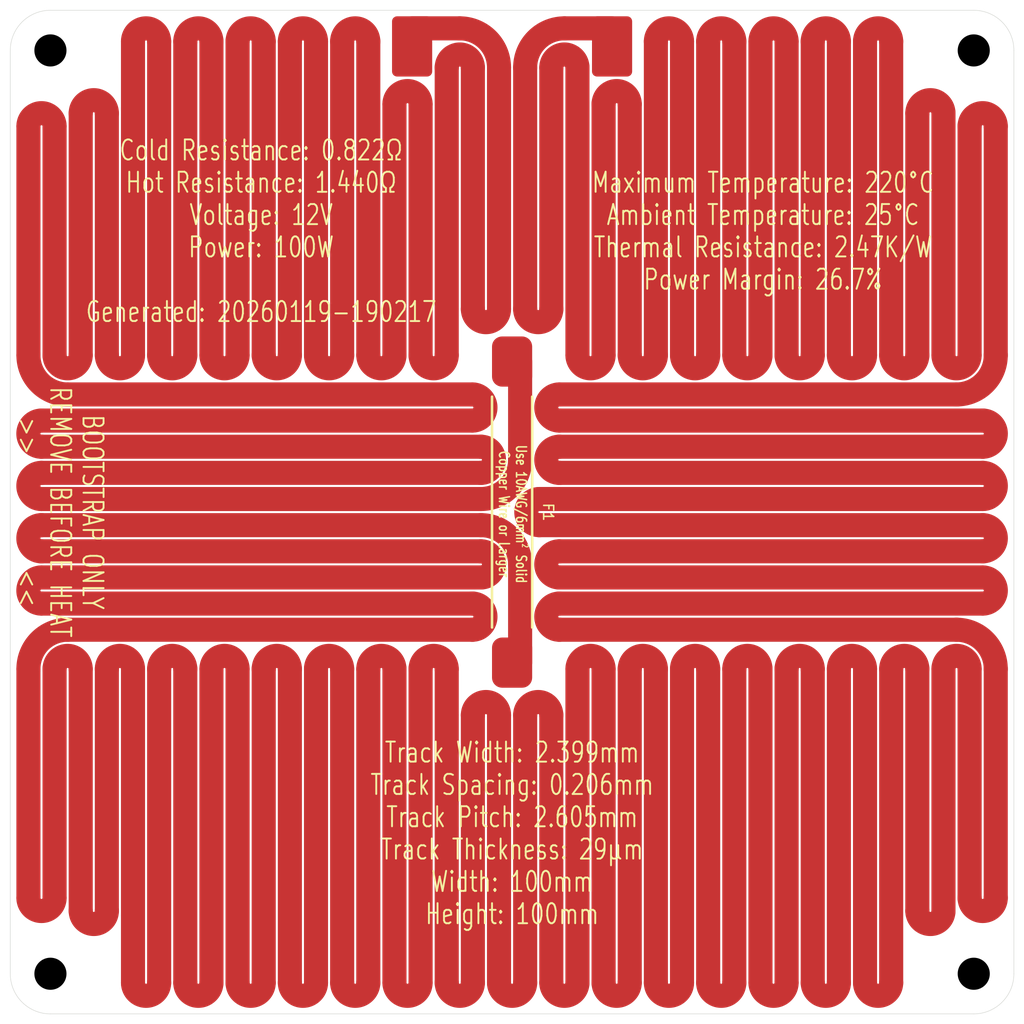
<source format=kicad_pcb>
(kicad_pcb (version 20241229) (generator "pcbnew") (generator_version "9.0")
  (layers (0 "F.Cu" signal) (2 "B.Cu" signal) (13 "F.Paste" user) (15 "B.Paste" user) (5 "F.SilkS" user "F.Silkscreen") (7 "B.SilkS" user "B.Silkscreen") (1 "F.Mask" user) (3 "B.Mask" user) (25 "Edge.Cuts" user))
  (net 0 "")
  (net 1 "Net-(J2-Pin_1)")
  (net 2 "Net-(J1-Pin_1)")
  (footprint "blg:MountingHole_3.2mm_M3_NoPad_TopLarge" (layer "F.Cu") (at 151 59)
    (property "Reference" "REF**" (hide yes))
    (property "Value" "MountingHole_3.2mm_M3_NoPad_TopLarge" (hide yes))
    (pad "" np_thru_hole circle (at 0 0) (size 7.6 7.6) (drill 3.2) (layers))
  )
  (footprint "blg:SMD_PowerConnection_4x6mm" (layer "F.Cu") (at 114.961999 58.6 -90)
    (property "Reference" "J2" (hide yes))
    (property "Value" "Hotplate_Power_Connection" (hide yes))
    (pad "1" smd roundrect (at 0 0 270) (size 6 4) (layers "F.Cu" "F.Mask" "F.Paste") (roundrect_rratio 0.125) (net 1 "Net-(J2-Pin_1)"))
  )
  (footprint "blg:MountingHole_3.2mm_M3_NoPad_TopLarge" (layer "F.Cu") (at 59 151)
    (property "Reference" "REF**" (hide yes))
    (property "Value" "MountingHole_3.2mm_M3_NoPad_TopLarge" (hide yes))
    (pad "" np_thru_hole circle (at 0 0) (size 7.6 7.6) (drill 3.2) (layers))
  )
  (footprint "blg:MountingHole_3.2mm_M3_NoPad_TopLarge" (layer "F.Cu") (at 151 151)
    (property "Reference" "REF**" (hide yes))
    (property "Value" "MountingHole_3.2mm_M3_NoPad_TopLarge" (hide yes))
    (pad "" np_thru_hole circle (at 0 0) (size 7.6 7.6) (drill 3.2) (layers))
  )
  (footprint "blg:SMD_PowerConnection_4x6mm" (layer "F.Cu") (at 95.038 58.6 -90)
    (property "Reference" "J1" (hide yes))
    (property "Value" "Hotplate_Power_Connection" (hide yes))
    (pad "1" smd roundrect (at 0 0 270) (size 6 4) (layers "F.Cu" "F.Mask" "F.Paste") (roundrect_rratio 0.125) (net 2 "Net-(J1-Pin_1)"))
  )
  (footprint "blg:Thermal Fuse, SN100C, Front, 35mm" (layer "F.Cu") (at 105 105 -90)
    (property "Reference" "F1" (at 0 -3.6 270) (layer "F.SilkS"))
    (property "Value" "~")
    (fp_line (start -11.5 2) (end 11.5 2) (stroke (width 0.25)) (layer "F.SilkS"))
    (fp_line (start -11.5 -2) (end 11.5 -2) (stroke (width 0.25)) (layer "F.SilkS"))
    (fp_text user "Use 10AWG/6mm  Solid" (at 0.2 -0.9 270) (layer "F.SilkS") (effects (font (size 1 0.75))))
    (fp_text user "2" (at 3.35 -1.3 270) (layer "F.SilkS") (effects (font (size 0.6 0.4) (thickness 0.1))))
    (fp_text user "Copper Wire or Larger" (at 0.2 0.8 270) (layer "F.SilkS") (effects (font (size 1 0.75))))
    (pad "1" smd roundrect (at -15 0 270) (size 5 4) (layers "F.Cu" "F.Mask") (net 2 "Net-(J1-Pin_1)"))
    (pad "2" smd roundrect (at 15 0 270) (size 5 4) (layers "F.Cu" "F.Mask") (net 1 "Net-(J2-Pin_1)"))
  )
  (footprint "blg:MountingHole_3.2mm_M3_NoPad_TopLarge" (layer "F.Cu") (at 59 59)
    (property "Reference" "REF**" (hide yes))
    (property "Value" "MountingHole_3.2mm_M3_NoPad_TopLarge" (hide yes))
    (pad "" np_thru_hole circle (at 0 0) (size 7.6 7.6) (drill 3.2) (layers))
  )
  (gr_arc (start 55 59) (mid 56.171573 56.171573) (end 59 55) (stroke (width 0.05)) (layer "Edge.Cuts"))
  (gr_line (start 155 59) (end 155 151) (stroke (width 0.05)) (layer "Edge.Cuts"))
  (gr_arc (start 59 155) (mid 56.171573 153.828427) (end 55 151) (stroke (width 0.05)) (layer "Edge.Cuts"))
  (gr_line (start 59 155) (end 151 155) (stroke (width 0.05)) (layer "Edge.Cuts"))
  (gr_line (start 55 59) (end 55 151) (stroke (width 0.05)) (layer "Edge.Cuts"))
  (gr_arc (start 155 151) (mid 153.828427 153.828427) (end 151 155) (stroke (width 0.05)) (layer "Edge.Cuts"))
  (gr_arc (start 151 55) (mid 153.828427 56.171573) (end 155 59) (stroke (width 0.05)) (layer "Edge.Cuts"))
  (gr_line (start 59 55) (end 151 55) (stroke (width 0.05)) (layer "Edge.Cuts"))
  (gr_text "BOOTSTRAP ONLY\nREMOVE BEFORE HEAT\n>>          <<" (at 55.6 105 270) (layer "F.SilkS") (effects (font (size 2 1.5) (thickness 0.1875)) (justify bottom)))
  (gr_text "Track Width: 2.399mm\nTrack Spacing: 0.206mm\nTrack Pitch: 2.605mm\nTrack Thickness: 29µm\nWidth: 100mm\nHeight: 100mm" (at 105 137 0) (layer "F.SilkS") (effects (font (size 2 1.5) (thickness 0.1875))))
  (gr_text "Maximum Temperature: 220°C\nAmbient Temperature: 25°C\nThermal Resistance: 2.47K/W\nPower Margin: 26.7%" (at 130 77 0) (layer "F.SilkS") (effects (font (size 2 1.5) (thickness 0.1875))))
  (gr_text "Cold Resistance: 0.822Ω\nHot Resistance: 1.440Ω\nVoltage: 12V\nPower: 100W\n\nGenerated: 20260119-190217" (at 80 77 0) (layer "F.SilkS") (effects (font (size 2 1.5) (thickness 0.1875))))
  (segment (start 121.9325 58.102) (end 121.9325 89.369999) (width 2.399) (layer "F.Cu") (net 1))
  (segment (start 142.7725 58.102) (end 142.7725 89.369999) (width 2.399) (layer "F.Cu") (net 1))
  (segment (start 103.697499 151.898) (end 103.697499 125.226687) (width 2.399) (layer "F.Cu") (net 1))
  (segment (start 77.6475 151.898) (end 77.6475 120.63) (width 2.399) (layer "F.Cu") (net 1))
  (segment (start 80.252499 120.63) (end 80.252499 151.898) (width 2.399) (layer "F.Cu") (net 1))
  (segment (start 75.0425 120.63) (end 75.0425 151.898) (width 2.399) (layer "F.Cu") (net 1))
  (segment (start 109.708 111.5125) (end 151.898 111.5125) (width 2.399) (layer "F.Cu") (net 1))
  (segment (start 132.352499 120.63) (end 132.352499 151.898) (width 2.399) (layer "F.Cu") (net 1))
  (segment (start 111.5125 60.706999) (end 111.5125 89.369999) (width 2.399) (layer "F.Cu") (net 1))
  (segment (start 134.957499 151.898) (end 134.957499 120.63) (width 2.399) (layer "F.Cu") (net 1))
  (segment (start 151.898 108.907499) (end 109.708 108.907499) (width 2.399) (layer "F.Cu") (net 1))
  (segment (start 105.800499 120) (end 105.800499 110.21) (width 2.399) (layer "F.Cu") (net 1))
  (segment (start 58.102 111.5125) (end 101.893 111.5125) (width 2.399) (layer "F.Cu") (net 1))
  (segment (start 90.672499 120.63) (end 90.672499 151.898) (width 2.399) (layer "F.Cu") (net 1))
  (segment (start 82.8575 151.898) (end 82.8575 120.63) (width 2.399) (layer "F.Cu") (net 1))
  (segment (start 109.708 95.8825) (end 151.898 95.8825) (width 2.399) (layer "F.Cu") (net 1))
  (segment (start 106.3025 125.226687) (end 106.3025 151.898) (width 2.399) (layer "F.Cu") (net 1))
  (segment (start 108.907499 151.898) (end 108.907499 125.226687) (width 2.399) (layer "F.Cu") (net 1))
  (segment (start 98.4875 151.898) (end 98.4875 120.63) (width 2.399) (layer "F.Cu") (net 1))
  (segment (start 85.462499 120.63) (end 85.462499 151.898) (width 2.399) (layer "F.Cu") (net 1))
  (segment (start 116.7225 120.63) (end 116.7225 151.898) (width 2.399) (layer "F.Cu") (net 1))
  (segment (start 93.2775 151.898) (end 93.2775 120.63) (width 2.399) (layer "F.Cu") (net 1))
  (segment (start 142.7725 120.63) (end 142.7725 151.898) (width 2.399) (layer "F.Cu") (net 1))
  (segment (start 145.3775 89.369999) (end 145.3775 65.258883) (width 2.399) (layer "F.Cu") (net 1))
  (segment (start 95.8825 120.63) (end 95.8825 151.898) (width 2.399) (layer "F.Cu") (net 1))
  (segment (start 111.5125 120.63) (end 111.5125 151.898) (width 2.399) (layer "F.Cu") (net 1))
  (segment (start 127.1425 120.63) (end 127.1425 151.898) (width 2.399) (layer "F.Cu") (net 1))
  (segment (start 58.102 106.3025) (end 101.893 106.3025) (width 2.399) (layer "F.Cu") (net 1))
  (segment (start 107.717957 106.3025) (end 151.898 106.3025) (width 2.399) (layer "F.Cu") (net 1))
  (segment (start 116.7225 64.351999) (end 116.7225 89.369999) (width 2.399) (layer "F.Cu") (net 1))
  (segment (start 101.0925 125.226687) (end 101.0925 151.898) (width 2.399) (layer "F.Cu") (net 1))
  (segment (start 88.0675 151.898) (end 88.0675 120.63) (width 2.399) (layer "F.Cu") (net 1))
  (segment (start 121.9325 120.63) (end 121.9325 151.898) (width 2.399) (layer "F.Cu") (net 1))
  (segment (start 151.898 98.4875) (end 109.708 98.4875) (width 2.399) (layer "F.Cu") (net 1))
  (segment (start 140.1675 151.898) (end 140.1675 120.63) (width 2.399) (layer "F.Cu") (net 1))
  (segment (start 129.747499 89.369999) (end 129.747499 58.102) (width 2.399) (layer "F.Cu") (net 1))
  (segment (start 153.1925 120.63) (end 153.1925 143.447257) (width 2.399) (layer "F.Cu") (net 1))
  (segment (start 101.893 108.907499) (end 58.102 108.907499) (width 2.399) (layer "F.Cu") (net 1))
  (segment (start 129.747499 151.898) (end 129.747499 120.63) (width 2.399) (layer "F.Cu") (net 1))
  (segment (start 149.284999 93.277499) (end 109.708 93.2775) (width 2.399) (layer "F.Cu") (net 1))
  (segment (start 60.715 116.7225) (end 101.043804 116.7225) (width 2.399) (layer "F.Cu") (net 1))
  (segment (start 147.9825 65.258883) (end 147.9825 89.369999) (width 2.399) (layer "F.Cu") (net 1))
  (segment (start 108.907499 84.773312) (end 108.907499 60.706999) (width 2.399) (layer "F.Cu") (net 1))
  (segment (start 150.587499 143.447257) (end 150.587499 120.63) (width 2.399) (layer "F.Cu") (net 1))
  (segment (start 147.9825 120.63) (end 147.9825 144.741116) (width 2.399) (layer "F.Cu") (net 1))
  (segment (start 140.1675 89.369999) (end 140.1675 58.102) (width 2.399) (layer "F.Cu") (net 1))
  (segment (start 153.1925 66.552742) (end 153.1925 89.369999) (width 2.399) (layer "F.Cu") (net 1))
  (segment (start 109.708 116.7225) (end 149.284999 116.7225) (width 2.399) (layer "F.Cu") (net 1))
  (segment (start 132.352499 58.102) (end 132.352499 89.369999) (width 2.399) (layer "F.Cu") (net 1))
  (segment (start 151.898 103.697499) (end 107.717957 103.697499) (width 2.399) (layer "F.Cu") (net 1))
  (segment (start 114.1175 89.369999) (end 114.1175 64.351999) (width 2.399) (layer "F.Cu") (net 1))
  (segment (start 109.708 101.0925) (end 151.898 101.0925) (width 2.399) (layer "F.Cu") (net 1))
  (segment (start 119.327499 89.369999) (end 119.327499 58.102) (width 2.399) (layer "F.Cu") (net 1))
  (segment (start 151.898 114.1175) (end 109.708 114.1175) (width 2.399) (layer "F.Cu") (net 1))
  (segment (start 62.0175 144.741116) (end 62.0175 120.63) (width 2.399) (layer "F.Cu") (net 1))
  (segment (start 69.8325 120.63) (end 69.8325 151.898) (width 2.399) (layer "F.Cu") (net 1))
  (segment (start 145.3775 144.741116) (end 145.3775 120.63) (width 2.399) (layer "F.Cu") (net 1))
  (segment (start 59.4125 120.63) (end 59.4125 143.447257) (width 2.399) (layer "F.Cu") (net 1))
  (segment (start 56.8075 143.447257) (end 56.8075 120.63) (width 2.399) (layer "F.Cu") (net 1))
  (segment (start 64.6225 120.63) (end 64.6225 144.741116) (width 2.399) (layer "F.Cu") (net 1))
  (segment (start 137.5625 58.102) (end 137.5625 89.369999) (width 2.399) (layer "F.Cu") (net 1))
  (segment (start 72.4375 151.898) (end 72.4375 120.63) (width 2.399) (layer "F.Cu") (net 1))
  (segment (start 114.1175 151.898) (end 114.1175 120.63) (width 2.399) (layer "F.Cu") (net 1))
  (segment (start 106.3025 60.706999) (end 106.3025 84.773312) (width 2.399) (layer "F.Cu") (net 1))
  (segment (start 137.5625 120.63) (end 137.5625 151.898) (width 2.399) (layer "F.Cu") (net 1))
  (segment (start 114.961999 56.799499) (end 110.21 56.799499) (width 2.399) (layer "F.Cu") (net 1))
  (segment (start 101.043804 114.1175) (end 58.102 114.1175) (width 2.399) (layer "F.Cu") (net 1))
  (segment (start 134.957499 89.369999) (end 134.957499 58.102) (width 2.399) (layer "F.Cu") (net 1))
  (segment (start 67.227499 151.898) (end 67.227499 120.63) (width 2.399) (layer "F.Cu") (net 1))
  (segment (start 124.5375 89.369999) (end 124.5375 58.102) (width 2.399) (layer "F.Cu") (net 1))
  (segment (start 119.327499 151.898) (end 119.327499 120.63) (width 2.399) (layer "F.Cu") (net 1))
  (segment (start 150.587499 89.369999) (end 150.587499 66.552742) (width 2.399) (layer "F.Cu") (net 1))
  (segment (start 127.1425 58.102) (end 127.1425 89.369999) (width 2.399) (layer "F.Cu") (net 1))
  (segment (start 124.5375 151.898) (end 124.5375 120.63) (width 2.399) (layer "F.Cu") (net 1))
  (arc (start 153.192499 89.369999) (mid 152.048019 92.133019) (end 149.284999 93.277499) (width 2.399) (layer "F.Cu") (net 1))
  (arc (start 108.907499 60.706999) (mid 110.21 59.4045) (end 111.5125 60.706999) (width 2.399) (layer "F.Cu") (net 1))
  (arc (start 95.8825 151.898) (mid 94.58 153.200499) (end 93.2775 151.898) (width 2.399) (layer "F.Cu") (net 1))
  (arc (start 59.4125 143.447257) (mid 58.109999 144.749757) (end 56.8075 143.447257) (width 2.399) (layer "F.Cu") (net 1))
  (arc (start 142.7725 151.898) (mid 141.469999 153.200499) (end 140.1675 151.898) (width 2.399) (layer "F.Cu") (net 1))
  (arc (start 101.043804 116.7225) (mid 102.346304 115.42) (end 101.043804 114.1175) (width 2.399) (layer "F.Cu") (net 1))
  (arc (start 106.3025 151.898) (mid 105 153.200499) (end 103.697499 151.898) (width 2.399) (layer "F.Cu") (net 1))
  (arc (start 101.893 106.3025) (mid 104.656019 107.44698) (end 105.800499 110.21) (width 2.399) (layer "F.Cu") (net 1))
  (arc (start 119.327499 120.63) (mid 118.024999 119.327499) (end 116.7225 120.63) (width 2.399) (layer "F.Cu") (net 1))
  (arc (start 134.957499 120.63) (mid 133.655 119.327499) (end 132.352499 120.63) (width 2.399) (layer "F.Cu") (net 1))
  (arc (start 111.5125 151.898) (mid 110.21 153.200499) (end 108.907499 151.898) (width 2.399) (layer "F.Cu") (net 1))
  (arc (start 107.717957 103.697499) (mid 106.415457 105) (end 107.717957 106.3025) (width 2.399) (layer "F.Cu") (net 1))
  (arc (start 129.747499 120.63) (mid 128.445 119.327499) (end 127.1425 120.63) (width 2.399) (layer "F.Cu") (net 1))
  (arc (start 140.1675 120.63) (mid 138.864999 119.327499) (end 137.5625 120.63) (width 2.399) (layer "F.Cu") (net 1))
  (arc (start 116.7225 89.369999) (mid 118.024999 90.672499) (end 119.327499 89.369999) (width 2.399) (layer "F.Cu") (net 1))
  (arc (start 140.1675 58.102) (mid 141.469999 56.799499) (end 142.7725 58.102) (width 2.399) (layer "F.Cu") (net 1))
  (arc (start 56.8075 120.63) (mid 57.95198 117.86698) (end 60.715 116.7225) (width 2.399) (layer "F.Cu") (net 1))
  (arc (start 109.708 108.907499) (mid 108.4055 110.21) (end 109.708 111.5125) (width 2.399) (layer "F.Cu") (net 1))
  (arc (start 134.957499 58.102) (mid 136.26 56.799499) (end 137.5625 58.102) (width 2.399) (layer "F.Cu") (net 1))
  (arc (start 137.5625 89.369999) (mid 138.864999 90.672499) (end 140.1675 89.369999) (width 2.399) (layer "F.Cu") (net 1))
  (arc (start 108.907499 125.226687) (mid 107.604999 123.924186) (end 106.3025 125.226687) (width 2.399) (layer "F.Cu") (net 1))
  (arc (start 145.3775 65.258883) (mid 146.68 63.956383) (end 147.9825 65.258883) (width 2.399) (layer "F.Cu") (net 1))
  (arc (start 150.587499 120.63) (mid 149.285 119.327499) (end 147.9825 120.63) (width 2.399) (layer "F.Cu") (net 1))
  (arc (start 103.697499 125.226687) (mid 102.395 123.924186) (end 101.0925 125.226687) (width 2.399) (layer "F.Cu") (net 1))
  (arc (start 124.5375 58.102) (mid 125.84 56.799499) (end 127.1425 58.102) (width 2.399) (layer "F.Cu") (net 1))
  (arc (start 121.9325 151.898) (mid 120.63 153.200499) (end 119.327499 151.898) (width 2.399) (layer "F.Cu") (net 1))
  (arc (start 58.102 114.1175) (mid 56.799499 112.815) (end 58.102 111.5125) (width 2.399) (layer "F.Cu") (net 1))
  (arc (start 129.747499 58.102) (mid 131.05 56.799499) (end 132.352499 58.102) (width 2.399) (layer "F.Cu") (net 1))
  (arc (start 101.0925 151.898) (mid 99.789999 153.200499) (end 98.4875 151.898) (width 2.399) (layer "F.Cu") (net 1))
  (arc (start 88.0675 120.63) (mid 86.765 119.327499) (end 85.462499 120.63) (width 2.399) (layer "F.Cu") (net 1))
  (arc (start 124.5375 120.63) (mid 123.235 119.327499) (end 121.9325 120.63) (width 2.399) (layer "F.Cu") (net 1))
  (arc (start 64.6225 144.741116) (mid 63.32 146.043616) (end 62.0175 144.741116) (width 2.399) (layer "F.Cu") (net 1))
  (arc (start 121.9325 89.369999) (mid 123.235 90.672499) (end 124.5375 89.369999) (width 2.399) (layer "F.Cu") (net 1))
  (arc (start 75.0425 151.898) (mid 73.74 153.200499) (end 72.4375 151.898) (width 2.399) (layer "F.Cu") (net 1))
  (arc (start 149.284999 116.7225) (mid 152.048019 117.86698) (end 153.192499 120.63) (width 2.399) (layer "F.Cu") (net 1))
  (arc (start 132.352499 151.898) (mid 131.05 153.200499) (end 129.747499 151.898) (width 2.399) (layer "F.Cu") (net 1))
  (arc (start 151.898 95.8825) (mid 153.200499 97.184999) (end 151.898 98.4875) (width 2.399) (layer "F.Cu") (net 1))
  (arc (start 69.8325 151.898) (mid 68.529999 153.200499) (end 67.227499 151.898) (width 2.399) (layer "F.Cu") (net 1))
  (arc (start 151.898 106.3025) (mid 153.200499 107.604999) (end 151.898 108.907499) (width 2.399) (layer "F.Cu") (net 1))
  (arc (start 80.252499 151.898) (mid 78.949999 153.200499) (end 77.6475 151.898) (width 2.399) (layer "F.Cu") (net 1))
  (arc (start 82.8575 120.63) (mid 81.555 119.327499) (end 80.252499 120.63) (width 2.399) (layer "F.Cu") (net 1))
  (arc (start 127.1425 89.369999) (mid 128.445 90.672499) (end 129.747499 89.369999) (width 2.399) (layer "F.Cu") (net 1))
  (arc (start 109.708 114.1175) (mid 108.4055 115.42) (end 109.708 116.7225) (width 2.399) (layer "F.Cu") (net 1))
  (arc (start 114.1175 120.63) (mid 112.815 119.327499) (end 111.5125 120.63) (width 2.399) (layer "F.Cu") (net 1))
  (arc (start 98.4875 120.63) (mid 97.184999 119.327499) (end 95.8825 120.63) (width 2.399) (layer "F.Cu") (net 1))
  (arc (start 153.1925 143.447257) (mid 151.89 144.749757) (end 150.587499 143.447257) (width 2.399) (layer "F.Cu") (net 1))
  (arc (start 109.708 98.4875) (mid 108.4055 99.789999) (end 109.708 101.0925) (width 2.399) (layer "F.Cu") (net 1))
  (arc (start 101.893 111.5125) (mid 103.1955 110.21) (end 101.893 108.907499) (width 2.399) (layer "F.Cu") (net 1))
  (arc (start 109.708 93.2775) (mid 108.4055 94.58) (end 109.708 95.8825) (width 2.399) (layer "F.Cu") (net 1))
  (arc (start 58.102 108.907499) (mid 56.799499 107.604999) (end 58.102 106.3025) (width 2.399) (layer "F.Cu") (net 1))
  (arc (start 72.4375 120.63) (mid 71.134999 119.327499) (end 69.8325 120.63) (width 2.399) (layer "F.Cu") (net 1))
  (arc (start 116.7225 151.898) (mid 115.42 153.200499) (end 114.1175 151.898) (width 2.399) (layer "F.Cu") (net 1))
  (arc (start 147.9825 89.369999) (mid 149.285 90.672499) (end 150.587499 89.369999) (width 2.399) (layer "F.Cu") (net 1))
  (arc (start 62.0175 120.63) (mid 60.715 119.327499) (end 59.4125 120.63) (width 2.399) (layer "F.Cu") (net 1))
  (arc (start 142.7725 89.369999) (mid 144.075 90.672499) (end 145.3775 89.369999) (width 2.399) (layer "F.Cu") (net 1))
  (arc (start 119.327499 58.102) (mid 120.63 56.799499) (end 121.9325 58.102) (width 2.399) (layer "F.Cu") (net 1))
  (arc (start 137.5625 151.898) (mid 136.26 153.200499) (end 134.957499 151.898) (width 2.399) (layer "F.Cu") (net 1))
  (arc (start 151.898 111.5125) (mid 153.200499 112.815) (end 151.898 114.1175) (width 2.399) (layer "F.Cu") (net 1))
  (arc (start 114.1175 64.351999) (mid 115.42 63.049499) (end 116.7225 64.351999) (width 2.399) (layer "F.Cu") (net 1))
  (arc (start 111.5125 89.369999) (mid 112.815 90.672499) (end 114.1175 89.369999) (width 2.399) (layer "F.Cu") (net 1))
  (arc (start 132.352499 89.369999) (mid 133.655 90.672499) (end 134.957499 89.369999) (width 2.399) (layer "F.Cu") (net 1))
  (arc (start 150.587499 66.552742) (mid 151.89 65.250242) (end 153.1925 66.552742) (width 2.399) (layer "F.Cu") (net 1))
  (arc (start 106.3025 60.706999) (mid 107.44698 57.94398) (end 110.21 56.799499) (width 2.399) (layer "F.Cu") (net 1))
  (arc (start 90.672499 151.898) (mid 89.369999 153.200499) (end 88.0675 151.898) (width 2.399) (layer "F.Cu") (net 1))
  (arc (start 77.6475 120.63) (mid 76.345 119.327499) (end 75.0425 120.63) (width 2.399) (layer "F.Cu") (net 1))
  (arc (start 93.2775 120.63) (mid 91.975 119.327499) (end 90.672499 120.63) (width 2.399) (layer "F.Cu") (net 1))
  (arc (start 127.1425 151.898) (mid 125.84 153.200499) (end 124.5375 151.898) (width 2.399) (layer "F.Cu") (net 1))
  (arc (start 147.9825 144.741116) (mid 146.68 146.043616) (end 145.3775 144.741116) (width 2.399) (layer "F.Cu") (net 1))
  (arc (start 85.462499 151.898) (mid 84.16 153.200499) (end 82.8575 151.898) (width 2.399) (layer "F.Cu") (net 1))
  (arc (start 106.3025 84.773312) (mid 107.604999 86.075812) (end 108.907499 84.773312) (width 2.399) (layer "F.Cu") (net 1))
  (arc (start 145.3775 120.63) (mid 144.075 119.327499) (end 142.7725 120.63) (width 2.399) (layer "F.Cu") (net 1))
  (arc (start 67.227499 120.63) (mid 65.925 119.327499) (end 64.6225 120.63) (width 2.399) (layer "F.Cu") (net 1))
  (arc (start 151.898 101.0925) (mid 153.200499 102.395) (end 151.898 103.697499) (width 2.399) (layer "F.Cu") (net 1))
  (segment (start 60.715 93.2775) (end 101.043804 93.2775) (width 2.399) (layer "F.Cu") (net 2))
  (segment (start 85.462499 89.369999) (end 85.462499 58.102) (width 2.399) (layer "F.Cu") (net 2))
  (segment (start 98.4875 60.706999) (end 98.4875 89.369999) (width 2.399) (layer "F.Cu") (net 2))
  (segment (start 105.800499 90) (end 105.800499 99.79) (width 2.399) (layer "F.Cu") (net 2))
  (segment (start 77.6475 58.102) (end 77.6475 89.369999) (width 2.399) (layer "F.Cu") (net 2))
  (segment (start 93.2775 64.351999) (end 93.2775 89.369999) (width 2.399) (layer "F.Cu") (net 2))
  (segment (start 101.0925 84.773312) (end 101.0925 60.706999) (width 2.399) (layer "F.Cu") (net 2))
  (segment (start 103.697499 60.706999) (end 103.697499 84.773312) (width 2.399) (layer "F.Cu") (net 2))
  (segment (start 67.227499 58.102) (end 67.227499 89.369999) (width 2.399) (layer "F.Cu") (net 2))
  (segment (start 64.6225 89.369999) (end 64.6225 65.258883) (width 2.399) (layer "F.Cu") (net 2))
  (segment (start 101.893 101.0925) (end 58.102 101.0925) (width 2.399) (layer "F.Cu") (net 2))
  (segment (start 88.0675 58.102) (end 88.0675 89.369999) (width 2.399) (layer "F.Cu") (net 2))
  (segment (start 101.043804 95.8825) (end 58.102 95.8825) (width 2.399) (layer "F.Cu") (net 2))
  (segment (start 69.8325 89.369999) (end 69.8325 58.102) (width 2.399) (layer "F.Cu") (net 2))
  (segment (start 59.4125 89.369999) (end 59.4125 66.552742) (width 2.399) (layer "F.Cu") (net 2))
  (segment (start 56.8075 66.552742) (end 56.8075 89.369999) (width 2.399) (layer "F.Cu") (net 2))
  (segment (start 80.252499 89.369999) (end 80.252499 58.102) (width 2.399) (layer "F.Cu") (net 2))
  (segment (start 75.0425 89.369999) (end 75.0425 58.102) (width 2.399) (layer "F.Cu") (net 2))
  (segment (start 58.102 103.697499) (end 101.893 103.697499) (width 2.399) (layer "F.Cu") (net 2))
  (segment (start 82.8575 58.102) (end 82.8575 89.369999) (width 2.399) (layer "F.Cu") (net 2))
  (segment (start 72.4375 58.102) (end 72.4375 89.369999) (width 2.399) (layer "F.Cu") (net 2))
  (segment (start 95.038 56.799499) (end 99.789999 56.799499) (width 2.399) (layer "F.Cu") (net 2))
  (segment (start 62.0175 65.258883) (end 62.0175 89.369999) (width 2.399) (layer "F.Cu") (net 2))
  (segment (start 95.8825 89.369999) (end 95.8825 64.351999) (width 2.399) (layer "F.Cu") (net 2))
  (segment (start 90.672499 89.369999) (end 90.672499 58.102) (width 2.399) (layer "F.Cu") (net 2))
  (segment (start 58.102 98.4875) (end 101.893 98.4875) (width 2.399) (layer "F.Cu") (net 2))
  (arc (start 82.8575 89.369999) (mid 81.555 90.672499) (end 80.252499 89.369999) (width 2.399) (layer "F.Cu") (net 2))
  (arc (start 72.4375 89.369999) (mid 71.134999 90.672499) (end 69.8325 89.369999) (width 2.399) (layer "F.Cu") (net 2))
  (arc (start 99.789999 56.799499) (mid 102.553019 57.94398) (end 103.697499 60.706999) (width 2.399) (layer "F.Cu") (net 2))
  (arc (start 59.4125 66.552742) (mid 58.109999 65.250242) (end 56.8075 66.552742) (width 2.399) (layer "F.Cu") (net 2))
  (arc (start 105.800499 99.79) (mid 104.656019 102.553019) (end 101.893 103.697499) (width 2.399) (layer "F.Cu") (net 2))
  (arc (start 98.4875 89.369999) (mid 97.184999 90.672499) (end 95.8825 89.369999) (width 2.399) (layer "F.Cu") (net 2))
  (arc (start 58.102 95.8825) (mid 56.799499 97.184999) (end 58.102 98.4875) (width 2.399) (layer "F.Cu") (net 2))
  (arc (start 95.8825 64.351999) (mid 94.58 63.049499) (end 93.2775 64.351999) (width 2.399) (layer "F.Cu") (net 2))
  (arc (start 101.893 98.4875) (mid 103.1955 99.789999) (end 101.893 101.0925) (width 2.399) (layer "F.Cu") (net 2))
  (arc (start 101.043804 93.2775) (mid 102.346304 94.58) (end 101.043804 95.8825) (width 2.399) (layer "F.Cu") (net 2))
  (arc (start 64.6225 65.258883) (mid 63.32 63.956383) (end 62.0175 65.258883) (width 2.399) (layer "F.Cu") (net 2))
  (arc (start 103.697499 84.773312) (mid 102.395 86.075812) (end 101.0925 84.773312) (width 2.399) (layer "F.Cu") (net 2))
  (arc (start 60.715 93.2775) (mid 57.95198 92.133019) (end 56.8075 89.369999) (width 2.399) (layer "F.Cu") (net 2))
  (arc (start 101.0925 60.706999) (mid 99.789999 59.4045) (end 98.4875 60.706999) (width 2.399) (layer "F.Cu") (net 2))
  (arc (start 67.227499 89.369999) (mid 65.925 90.672499) (end 64.6225 89.369999) (width 2.399) (layer "F.Cu") (net 2))
  (arc (start 75.0425 58.102) (mid 73.74 56.799499) (end 72.4375 58.102) (width 2.399) (layer "F.Cu") (net 2))
  (arc (start 88.0675 89.369999) (mid 86.765 90.672499) (end 85.462499 89.369999) (width 2.399) (layer "F.Cu") (net 2))
  (arc (start 58.102 101.0925) (mid 56.799499 102.395) (end 58.102 103.697499) (width 2.399) (layer "F.Cu") (net 2))
  (arc (start 93.2775 89.369999) (mid 91.975 90.672499) (end 90.672499 89.369999) (width 2.399) (layer "F.Cu") (net 2))
  (arc (start 90.672499 58.102) (mid 89.369999 56.799499) (end 88.0675 58.102) (width 2.399) (layer "F.Cu") (net 2))
  (arc (start 80.252499 58.102) (mid 78.949999 56.799499) (end 77.6475 58.102) (width 2.399) (layer "F.Cu") (net 2))
  (arc (start 77.6475 89.369999) (mid 76.345 90.672499) (end 75.0425 89.369999) (width 2.399) (layer "F.Cu") (net 2))
  (arc (start 69.8325 58.102) (mid 68.529999 56.799499) (end 67.227499 58.102) (width 2.399) (layer "F.Cu") (net 2))
  (arc (start 85.462499 58.102) (mid 84.16 56.799499) (end 82.8575 58.102) (width 2.399) (layer "F.Cu") (net 2))
  (arc (start 62.0175 89.369999) (mid 60.715 90.672499) (end 59.4125 89.369999) (width 2.399) (layer "F.Cu") (net 2))
)
</source>
